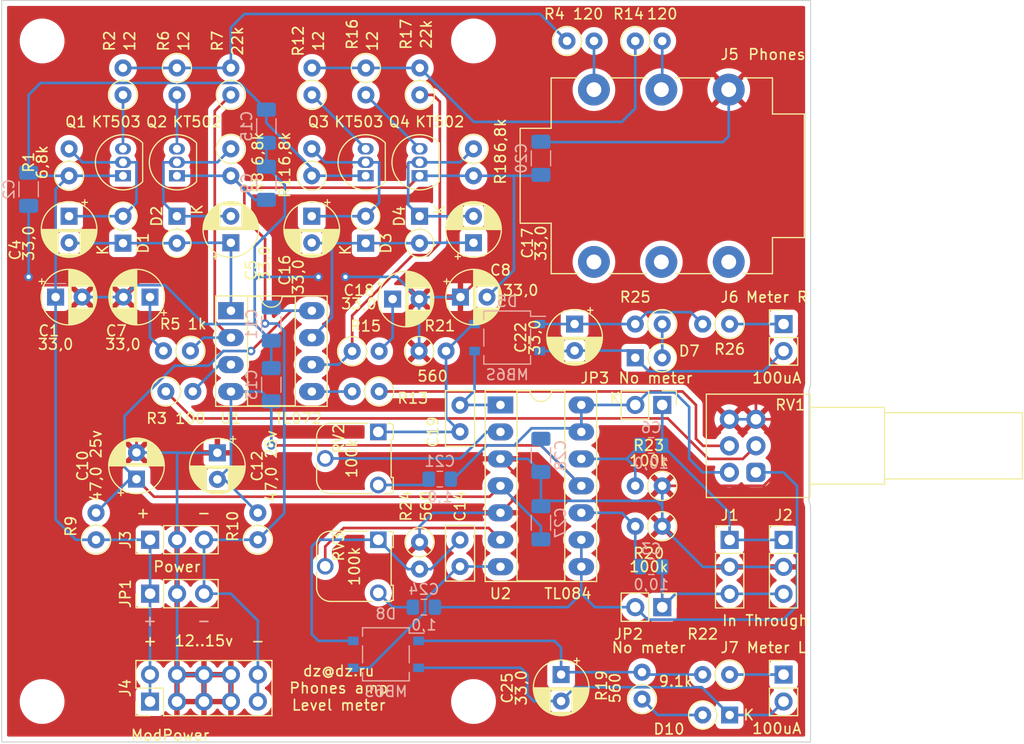
<source format=kicad_pcb>
(kicad_pcb (version 20211014) (generator pcbnew)
  (layers (0 "F.Cu" signal) (31 "B.Cu" signal) (34 "B.Paste" user) (35 "F.Paste" user) (36 "B.SilkS" user "B.Silkscreen") (37 "F.SilkS" user "F.Silkscreen") (38 "B.Mask" user) (39 "F.Mask" user) (44 "Edge.Cuts" user))
  (net 0 "")
  (net 1 "+15V")
  (net 2 "GND")
  (net 3 "/In L")
  (net 4 "Net-(C3-Pad2)")
  (net 5 "Net-(C4-Pad1)")
  (net 6 "Net-(C4-Pad2)")
  (net 7 "Net-(C5-Pad2)")
  (net 8 "/In R")
  (net 9 "Net-(C6-Pad2)")
  (net 10 "Net-(C7-Pad1)")
  (net 11 "-15V")
  (net 12 "Net-(C10-Pad1)")
  (net 13 "Net-(C12-Pad2)")
  (net 14 "Net-(C16-Pad1)")
  (net 15 "Net-(C16-Pad2)")
  (net 16 "Net-(C17-Pad2)")
  (net 17 "Net-(C18-Pad1)")
  (net 18 "/L")
  (net 19 "Net-(C21-Pad2)")
  (net 20 "Net-(C22-Pad1)")
  (net 21 "Net-(C22-Pad2)")
  (net 22 "Net-(D8-Pad4)")
  (net 23 "Net-(RV3-Pad3)")
  (net 24 "/R")
  (net 25 "Net-(D7-Pad2)")
  (net 26 "Net-(C25-Pad1)")
  (net 27 "Net-(C25-Pad2)")
  (net 28 "Net-(J6-Pad1)")
  (net 29 "Net-(J7-Pad1)")
  (net 30 "Net-(D5-Pad3)")
  (net 31 "Net-(U2-Pad2)")
  (net 32 "Net-(D8-Pad3)")
  (net 33 "Net-(D10-Pad2)")
  (net 34 "Net-(J5-PadR)")
  (net 37 "Net-(J5-PadT)")
  (net 39 "Net-(Q1-Pad3)")
  (net 40 "Net-(Q2-Pad3)")
  (net 41 "Net-(Q3-Pad3)")
  (net 42 "Net-(Q4-Pad3)")
  (net 43 "Net-(R2-Pad2)")
  (net 44 "Net-(R3-Pad1)")
  (net 45 "Net-(R3-Pad2)")
  (net 46 "Net-(R5-Pad1)")
  (net 47 "Net-(R12-Pad2)")
  (net 48 "Net-(R13-Pad1)")
  (net 49 "Net-(R13-Pad2)")
  (net 50 "Net-(R15-Pad1)")
  (net 51 "Net-(RV2-Pad1)")
  (net 52 "Net-(RV3-Pad2)")
  (footprint "Capacitor_THT:C_Disc_D5.0mm_W2.5mm_P2.50mm" (layer "F.Cu") (at 236.22 59.71 -90)
    (fp_text reference "C19")
    (fp_text value "56")
  )
  (footprint "Resistor_THT:R_Axial_DIN0207_L6.3mm_D2.5mm_P2.54mm_Vertical" (layer "F.Cu") (at 226.06 54.63)
    (fp_text reference "R15")
    (fp_text value "1k")
  )
  (footprint "Resistor_THT:R_Axial_DIN0207_L6.3mm_D2.5mm_P2.54mm_Vertical" (layer "F.Cu") (at 261.62 52.07 180)
    (fp_text reference "R26")
    (fp_text value "9.1k")
  )
  (footprint "Resistor_THT:R_Axial_DIN0207_L6.3mm_D2.5mm_P2.54mm_Vertical" (layer "F.Cu") (at 255.27 67.31 180)
    (fp_text reference "R23")
    (fp_text value "100k")
  )
  (footprint "Capacitor_THT:CP_Radial_D5.0mm_P2.50mm" (layer "F.Cu") (at 245.745 85.09 -90)
    (fp_text reference "C25")
    (fp_text value "33,0")
  )
  (footprint "Package_DIP:DIP-14_W7.62mm_Socket_LongPads" (layer "F.Cu") (at 240.03 59.69)
    (fp_text reference "U2")
    (fp_text value "TL084")
  )
  (footprint "Capacitor_THT:CP_Radial_D5.0mm_P2.50mm" (layer "F.Cu") (at 222.25 41.91 -90)
    (fp_text reference "C16")
    (fp_text value "33,0")
  )
  (footprint "Resistor_THT:R_Axial_DIN0207_L6.3mm_D2.5mm_P2.54mm_Vertical" (layer "F.Cu") (at 222.25 38.1 90)
    (fp_text reference "R11")
    (fp_text value "6,8k")
  )
  (footprint "Resistor_THT:R_Axial_DIN0207_L6.3mm_D2.5mm_P2.54mm_Vertical" (layer "F.Cu") (at 232.41 72.615 -90)
    (fp_text reference "R24")
    (fp_text value "560")
  )
  (footprint "Capacitor_THT:CP_Radial_D5.0mm_P2.50mm" (layer "F.Cu") (at 213.36 64.199888 -90)
    (fp_text reference "C12")
    (fp_text value "47,0 25v")
  )
  (footprint "Diode_THT:D_DO-35_SOD27_P2.54mm_Vertical_KathodeUp" (layer "F.Cu") (at 252.73 55.245)
    (fp_text reference "D7")
    (fp_text value "1N4148" hide)
  )
  (footprint "Resistor_THT:R_Axial_DIN0207_L6.3mm_D2.5mm_P2.54mm_Vertical" (layer "F.Cu") (at 228.6 58.42 180)
    (fp_text reference "R13")
    (fp_text value "100")
  )
  (footprint "Connector_PinHeader_2.54mm:PinHeader_1x03_P2.54mm_Vertical" (layer "F.Cu") (at 207.025 72.39 90)
    (fp_text reference "J3")
    (fp_text value "Power")
  )
  (footprint "Connector_Audio:Jack_6.35mm_Neutrik_NMJ6HCD2_Horizontal" (layer "F.Cu") (at 248.835 29.985)
    (fp_text reference "J5")
    (fp_text value "Phones")
  )
  (footprint "Resistor_THT:R_Axial_DIN0207_L6.3mm_D2.5mm_P2.54mm_Vertical" (layer "F.Cu") (at 209.55 27.94 -90)
    (fp_text reference "R6")
    (fp_text value "12")
  )
  (footprint "Capacitor_THT:CP_Radial_D5.0mm_P2.50mm" (layer "F.Cu") (at 237.49 44.41 90)
    (fp_text reference "C17")
    (fp_text value "33,0")
  )
  (footprint "Resistor_THT:R_Axial_DIN0207_L6.3mm_D2.5mm_P2.54mm_Vertical" (layer "F.Cu") (at 227.35 27.94 -90)
    (fp_text reference "R16")
    (fp_text value "12")
  )
  (footprint "Connector_PinHeader_2.54mm:PinHeader_1x03_P2.54mm_Vertical" (layer "F.Cu") (at 266.7 72.405)
    (fp_text reference "J2")
    (fp_text value "Through")
  )
  (footprint "Resistor_THT:R_Axial_DIN0207_L6.3mm_D2.5mm_P2.54mm_Vertical" (layer "F.Cu") (at 255.27 71.12 180)
    (fp_text reference "R20")
    (fp_text value "100k")
  )
  (footprint "Connector_PinHeader_2.54mm:PinHeader_1x02_P2.54mm_Vertical" (layer "F.Cu") (at 255.27 78.74 -90)
    (fp_text reference "JP2")
    (fp_text value "No meter")
  )
  (footprint "Capacitor_THT:C_Disc_D5.0mm_W2.5mm_P2.50mm" (layer "F.Cu") (at 236.22 74.91 90)
    (fp_text reference "C14")
    (fp_text value "56")
  )
  (footprint "Package_DIP:DIP-8_W7.62mm_Socket_LongPads" (layer "F.Cu") (at 214.64 50.81)
    (fp_text reference "U1")
    (fp_text value "TL072")
  )
  (footprint "Capacitor_THT:CP_Radial_D5.0mm_P2.50mm" (layer "F.Cu") (at 214.63 44.41 90)
    (fp_text reference "C5")
    (fp_text value "33,0")
  )
  (footprint "Connector_PinHeader_2.54mm:PinHeader_1x03_P2.54mm_Vertical" (layer "F.Cu") (at 261.62 72.405)
    (fp_text reference "J1")
    (fp_text value "In")
  )
  (footprint "Capacitor_THT:CP_Radial_D5.0mm_P2.50mm" (layer "F.Cu") (at 236.26 49.53)
    (fp_text reference "C8")
    (fp_text value "33,0")
  )
  (footprint "Capacitor_THT:CP_Radial_D5.0mm_P2.50mm" (layer "F.Cu") (at 199.39 41.91 -90)
    (fp_text reference "C4")
    (fp_text value "33,0")
  )
  (footprint "Resistor_THT:R_Axial_DIN0207_L6.3mm_D2.5mm_P2.54mm_Vertical" (layer "F.Cu") (at 214.63 35.56 -90)
    (fp_text reference "R8")
    (fp_text value "6,8k")
  )
  (footprint "Diode_THT:D_DO-35_SOD27_P2.54mm_Vertical_KathodeUp" (layer "F.Cu") (at 227.33 44.45 90)
    (fp_text reference "D3")
    (fp_text value "1N4148" hide)
  )
  (footprint "Resistor_THT:R_Axial_DIN0207_L6.3mm_D2.5mm_P2.54mm_Vertical" (layer "F.Cu") (at 252.73 25.4)
    (fp_text reference "R14")
    (fp_text value "120")
  )
  (footprint "Resistor_THT:R_Axial_DIN0207_L6.3mm_D2.5mm_P2.54mm_Vertical" (layer "F.Cu") (at 261.62 85.09 180)
    (fp_text reference "R22")
    (fp_text value "9.1k")
  )
  (footprint "Diode_THT:D_DO-35_SOD27_P2.54mm_Vertical_KathodeUp" (layer "F.Cu") (at 232.41 41.91 -90)
    (fp_text reference "D4")
    (fp_text value "1N4148" hide)
  )
  (footprint "Package_TO_SOT_THT:TO-92_Inline" (layer "F.Cu") (at 209.55 38.1 90)
    (fp_text reference "Q2")
    (fp_text value "КТ502")
  )
  (footprint "Capacitor_THT:CP_Radial_D5.0mm_P2.50mm" (layer "F.Cu") (at 207.01 49.53 180)
    (fp_text reference "C7")
    (fp_text value "33,0")
  )
  (footprint "Connector_PinHeader_2.54mm:PinHeader_1x02_P2.54mm_Vertical" (layer "F.Cu") (at 266.7 85.09)
    (fp_text reference "J7")
    (fp_text value "Meter L")
  )
  (footprint "Potentiometer_THT:Potentiometer_Alps_RK097_Dual_Horizontal" (layer "F.Cu") (at 264.095 66.04 180)
    (fp_text reference "RV1")
    (fp_text value "100k")
    (fp_line (start -5 -2.7) (end -5 7.7) (layer "Edge.Cuts") (width 0.1))
  )
  (footprint "Diode_THT:D_DO-35_SOD27_P2.54mm_Vertical_KathodeUp" (layer "F.Cu") (at 204.47 44.45 90)
    (fp_text reference "D1")
    (fp_text value "1N4148" hide)
  )
  (footprint "Resistor_THT:R_Axial_DIN0207_L6.3mm_D2.5mm_P2.54mm_Vertical" (layer "F.Cu") (at 255.27 52.07 180)
    (fp_text reference "R25")
    (fp_text value "560")
  )
  (footprint "Connector_PinHeader_2.54mm:PinHeader_1x02_P2.54mm_Vertical" (layer "F.Cu") (at 266.7 52.07)
    (fp_text reference "J6")
    (fp_text value "Meter R")
  )
  (footprint "Diode_THT:D_DO-35_SOD27_P2.54mm_Vertical_KathodeUp" (layer "F.Cu") (at 261.62 88.9 180)
    (fp_text reference "D10")
    (fp_text value "1N4148" hide)
  )
  (footprint "Resistor_THT:R_Axial_DIN0207_L6.3mm_D2.5mm_P2.54mm_Vertical" (layer "F.Cu") (at 214.63 30.48 90)
    (fp_text reference "R7")
    (fp_text value "22k")
  )
  (footprint "Resistor_THT:R_Axial_DIN0207_L6.3mm_D2.5mm_P2.54mm_Vertical" (layer "F.Cu") (at 232.43 30.48 90)
    (fp_text reference "R17")
    (fp_text value "22k")
  )
  (footprint "MountingHole:MountingHole_3.2mm_M3" (layer "F.Cu") (at 237.49 87.63)
    (fp_text reference "H1" hide)
    (fp_text value "MountingHole" hide)
  )
  (footprint "Resistor_THT:R_Axial_DIN0207_L6.3mm_D2.5mm_P2.54mm_Vertical" (layer "F.Cu") (at 237.49 35.56 -90)
    (fp_text reference "R18")
    (fp_text value "6,8k")
  )
  (footprint "Potentiometer_THT:Potentiometer_Runtron_RM-065_Vertical" (layer "F.Cu") (at 228.52 72.39 -90)
    (fp_text reference "RV3")
    (fp_text value "100k")
  )
  (footprint "Capacitor_THT:CP_Radial_D5.0mm_P2.50mm" (layer "F.Cu") (at 205.74 66.675 90)
    (fp_text reference "C10")
    (fp_text value "47,0 25v")
  )
  (footprint "Resistor_THT:R_Axial_DIN0207_L6.3mm_D2.5mm_P2.54mm_Vertical" (layer "F.Cu") (at 232.365 54.61)
    (fp_text reference "R21")
    (fp_text value "560")
  )
  (footprint "Resistor_THT:R_Axial_DIN0207_L6.3mm_D2.5mm_P2.54mm_Vertical" (layer "F.Cu") (at 201.93 72.39 90)
    (fp_text reference "R9")
    (fp_text value "100")
  )
  (footprint "Resistor_THT:R_Axial_DIN0207_L6.3mm_D2.5mm_P2.54mm_Vertical" (layer "F.Cu") (at 208.505 58.42)
    (fp_text reference "R3")
    (fp_text value "100")
  )
  (footprint "Diode_THT:D_DO-35_SOD27_P2.54mm_Vertical_KathodeUp" (layer "F.Cu") (at 209.55 41.91 -90)
    (fp_text reference "D2")
    (fp_text value "1N4148" hide)
  )
  (footprint "Package_TO_SOT_THT:TO-92_Inline" (layer "F.Cu") (at 204.47 38.1 90)
    (fp_text reference "Q1")
    (fp_text value "КТ503")
  )
  (footprint "Potentiometer_THT:Potentiometer_Runtron_RM-065_Vertical" (layer "F.Cu") (at 228.52 62.23 -90)
    (fp_text reference "RV2")
    (fp_text value "100k")
  )
  (footprint "Capacitor_THT:CP_Radial_D5.0mm_P2.50mm" (layer "F.Cu") (at 247.015 52.07 -90)
    (fp_text reference "C22")
    (fp_text value "33,0")
  )
  (footprint "MountingHole:MountingHole_3.2mm_M3" (layer "F.Cu") (at 237.49 25.4)
    (fp_text reference "H2" hide)
    (fp_text value "MountingHole" hide)
  )
  (footprint "Capacitor_THT:CP_Radial_D5.0mm_P2.50mm" (layer "F.Cu") (at 229.87 49.7125)
    (fp_text reference "C18")
    (fp_text value "33,0")
  )
  (footprint "Resistor_THT:R_Axial_DIN0207_L6.3mm_D2.5mm_P2.54mm_Vertical" (layer "F.Cu") (at 253.365 87.405 90)
    (fp_text reference "R19")
    (fp_text value "560")
  )
  (footprint "Capacitor_THT:CP_Radial_D5.0mm_P2.50mm" (layer "F.Cu") (at 198.12 49.53)
    (fp_text reference "C1")
    (fp_text value "33,0")
  )
  (footprint "Connector_PinHeader_2.54mm:PinHeader_2x05_P2.54mm_Vertical" (layer "F.Cu") (at 207.015 87.635 90)
    (fp_text reference "J4")
    (fp_text value "ModPower")
  )
  (footprint "MountingHole:MountingHole_3.2mm_M3" (layer "F.Cu") (at 196.85 25.4)
    (fp_text reference "H4" hide)
    (fp_text value "MountingHole" hide)
  )
  (footprint "Resistor_THT:R_Axial_DIN0207_L6.3mm_D2.5mm_P2.54mm_Vertical" (layer "F.Cu") (at 222.27 30.48 90)
    (fp_text reference "R12")
    (fp_text value "12")
  )
  (footprint "Resistor_THT:R_Axial_DIN0207_L6.3mm_D2.5mm_P2.54mm_Vertical" (layer "F.Cu") (at 199.39 38.1 90)
    (fp_text reference "R1")
    (fp_text value "6,8k")
  )
  (footprint "Package_TO_SOT_THT:TO-92_Inline" (layer "F.Cu") (at 227.33 38.1 90)
    (fp_text reference "Q3")
    (fp_text value "КТ503")
  )
  (footprint "Resistor_THT:R_Axial_DIN0207_L6.3mm_D2.5mm_P2.54mm_Vertical" (layer "F.Cu") (at 217.17 72.39 90)
    (fp_text reference "R10")
    (fp_text value "100")
  )
  (footprint "Connector_PinHeader_2.54mm:PinHeader_1x02_P2.54mm_Vertical" (layer "F.Cu") (at 255.27 59.69 -90)
    (fp_text reference "JP3")
    (fp_text value "No meter")
  )
  (footprint "Resistor_THT:R_Axial_DIN0207_L6.3mm_D2.5mm_P2.54mm_Vertical" (layer "F.Cu") (at 210.82 54.59 180)
    (fp_text reference "R5")
    (fp_text value "1k")
  )
  (footprint "Package_TO_SOT_THT:TO-92_Inline" (layer "F.Cu") (at 232.41 38.1 90)
    (fp_text reference "Q4")
    (fp_text value "КТ502")
  )
  (footprint "Connector_PinHeader_2.54mm:PinHeader_1x03_P2.54mm_Vertical" (layer "F.Cu") (at 207.025 77.47 90)
    (fp_text reference "JP1")
    (fp_text value "GND Select")
  )
  (footprint "Resistor_THT:R_Axial_DIN0207_L6.3mm_D2.5mm_P2.54mm_Vertical" (layer "F.Cu") (at 204.47 30.48 90)
    (fp_text reference "R2")
    (fp_text value "12")
  )
  (footprint "MountingHole:MountingHole_3.2mm_M3" (layer "F.Cu") (at 196.85 87.63)
    (fp_text reference "H3" hide)
    (fp_text value "MountingHole" hide)
  )
  (footprint "Resistor_THT:R_Axial_DIN0207_L6.3mm_D2.5mm_P2.54mm_Vertical" (layer "F.Cu") (at 246.3 25.4)
    (fp_text reference "R4")
    (fp_text value "120")
  )
  (footprint "Capacitor_SMD:C_0805_2012Metric_Pad1.18x1.45mm_HandSolder" (layer "B.Cu") (at 232.8125 78.74 180)
    (fp_text reference "C24")
    (fp_text value "1,0")
  )
  (footprint "Capacitor_SMD:C_0805_2012Metric_Pad1.18x1.45mm_HandSolder" (layer "B.Cu") (at 234.315 66.675 180)
    (fp_text reference "C21")
    (fp_text value "1,0")
  )
  (footprint "Capacitor_SMD:C_1206_3216Metric_Pad1.33x1.80mm_HandSolder" (layer "B.Cu") (at 217.975 33.429999 -90)
    (fp_text reference "C15")
    (fp_text value "0,1")
  )
  (footprint "Capacitor_SMD:C_1206_3216Metric_Pad1.33x1.80mm_HandSolder" (layer "B.Cu") (at 243.84 70.79 90)
    (fp_text reference "C27")
    (fp_text value "0,1")
  )
  (footprint "Package_TO_SOT_SMD:TO-269AA" (layer "B.Cu") (at 240.665 53.34 180)
    (fp_text reference "D5")
    (fp_text value "MB6S")
  )
  (footprint "Capacitor_SMD:C_1206_3216Metric_Pad1.33x1.80mm_HandSolder" (layer "B.Cu") (at 243.84 36.4525 -90)
    (fp_text reference "C20")
    (fp_text value "0,1")
  )
  (footprint "Capacitor_SMD:C_1206_3216Metric_Pad1.33x1.80mm_HandSolder" (layer "B.Cu") (at 195.58 39.37 -90)
    (fp_text reference "C2")
    (fp_text value "0,1")
  )
  (footprint "Capacitor_SMD:C_0805_2012Metric_Pad1.18x1.45mm_HandSolder" (layer "B.Cu") (at 254.2325 63.5 180)
    (fp_text reference "C6")
    (fp_text value "10,0")
  )
  (footprint "Package_TO_SOT_SMD:TO-269AA" (layer "B.Cu") (at 229.235 83.185 180)
    (fp_text reference "D8")
    (fp_text value "MB6S")
  )
  (footprint "Capacitor_SMD:C_1206_3216Metric_Pad1.33x1.80mm_HandSolder" (layer "B.Cu") (at 217.975 38.802499 -90)
    (fp_text reference "C9")
    (fp_text value "0,1")
  )
  (footprint "Capacitor_SMD:C_1206_3216Metric_Pad1.33x1.80mm_HandSolder" (layer "B.Cu") (at 218.44 52.07 -90)
    (fp_text reference "C11")
    (fp_text value "0,1")
  )
  (footprint "Capacitor_SMD:C_0805_2012Metric_Pad1.18x1.45mm_HandSolder" (layer "B.Cu") (at 254.2325 74.93 180)
    (fp_text reference "C3")
    (fp_text value "10,0")
  )
  (footprint "Capacitor_SMD:C_1206_3216Metric_Pad1.33x1.80mm_HandSolder" (layer "B.Cu") (at 243.84 64.44 90)
    (fp_text reference "C28")
    (fp_text value "0,1")
  )
  (footprint "Capacitor_SMD:C_1206_3216Metric_Pad1.33x1.80mm_HandSolder" (layer "B.Cu") (at 218.44 57.785 -90)
    (fp_text reference "C13")
    (fp_text value "0,1")
  )
  (gr_line (start 269.24 21.59) (end 193.04 21.59) (layer "Edge.Cuts") (width 0.1))
  (gr_line (start 269.095 58.34) (end 269.24 57.785) (layer "Edge.Cuts") (width 0.1))
  (gr_line (start 193.04 21.59) (end 193.04 91.44) (layer "Edge.Cuts") (width 0.1))
  (gr_line (start 269.24 91.44) (end 269.24 69.215) (layer "Edge.Cuts") (width 0.1))
  (gr_line (start 269.24 57.785) (end 269.24 21.59) (layer "Edge.Cuts") (width 0.1))
  (gr_line (start 269.24 69.215) (end 269.095 68.74) (layer "Edge.Cuts") (width 0.1))
  (gr_line (start 193.04 91.44) (end 269.24 91.44) (layer "Edge.Cuts") (width 0.1))
  (gr_text "-" (at 212.09 80.01) (layer "B.SilkS") (effects (font (size 1 1)) (justify mirror)))
  (gr_text "+" (at 207.01 80.01) (layer "B.SilkS") (effects (font (size 1 1))))
  (gr_text "12..15v" (at 212.09 81.915) (layer "F.SilkS") (effects (font (size 1 1))))
  (gr_text "100uA" (at 266.065 57.15) (layer "F.SilkS") (effects (font (size 1 1))))
  (gr_text "+" (at 206.36 69.85) (layer "F.SilkS") (effects (font (size 1 1))))
  (gr_text "-" (at 212.09 69.85) (layer "F.SilkS") (effects (font (size 1 1))))
  (gr_text "100uA" (at 266.065 90.17) (layer "F.SilkS") (effects (font (size 1 1))))
  (gr_text "dz@dz.ru\nPhones amp\nLevel meter" (at 224.79 86.36) (layer "F.SilkS") (effects (font (size 1 1))))
  (gr_text "-" (at 217.17 81.915) (layer "F.SilkS") (effects (font (size 1 1))))
  (gr_text "+" (at 207.025 81.915) (layer "F.SilkS") (effects (font (size 1 1))))
  (segment (start 195.8725 38.1) (end 199.39 38.1) (width 0.25) (layer "B.Cu") (net 1))
  (segment (start 207.015 77.48) (end 207.025 77.47) (width 0.25) (layer "B.Cu") (net 1))
  (segment (start 227.33 38.1) (end 222.25 38.1) (width 0.25) (layer "B.Cu") (net 1))
  (segment (start 207.015 87.635) (end 207.015 85.095) (width 0.25) (layer "B.Cu") (net 1))
  (segment (start 196.705 29.355) (end 195.58 30.48) (width 0.25) (layer "B.Cu") (net 1))
  (segment (start 198.12 70.485) (end 200.025 72.39) (width 0.25) (layer "B.Cu") (net 1))
  (segment (start 222.25 37.391826) (end 217.975 33.116826) (width 0.25) (layer "B.Cu") (net 1))
  (segment (start 198.12 39.37) (end 199.39 38.1) (width 0.25) (layer "B.Cu") (net 1))
  (segment (start 207.015 85.095) (end 207.015 77.48) (width 0.25) (layer "B.Cu") (net 1))
  (segment (start 222.25 38.1) (end 222.25 37.391826) (width 0.25) (layer "B.Cu") (net 1))
  (segment (start 198.12 49.53) (end 198.12 70.485) (width 0.25) (layer "B.Cu") (net 1))
  (segment (start 199.39 38.1) (end 204.47 38.1) (width 0.25) (layer "B.Cu") (net 1))
  (segment (start 200.025 72.39) (end 201.93 72.39) (width 0.25) (layer "B.Cu") (net 1))
  (segment (start 207.025 77.47) (end 207.025 72.39) (width 0.25) (layer "B.Cu") (net 1))
  (segment (start 201.93 72.39) (end 207.025 72.39) (width 0.25) (layer "B.Cu") (net 1))
  (segment (start 217.975 31.867499) (end 215.462501 29.355) (width 0.25) (layer "B.Cu") (net 1))
  (segment (start 195.58 37.8075) (end 195.8725 38.1) (width 0.25) (layer "B.Cu") (net 1))
  (segment (start 217.975 33.116826) (end 217.975 31.867499) (width 0.25) (layer "B.Cu") (net 1))
  (segment (start 215.462501 29.355) (end 196.705 29.355) (width 0.25) (layer "B.Cu") (net 1))
  (segment (start 198.12 49.53) (end 198.12 39.37) (width 0.25) (layer "B.Cu") (net 1))
  (segment (start 195.58 30.48) (end 195.58 37.8075) (width 0.25) (layer "B.Cu") (net 1))
  (segment (start 236.26 49.53) (end 243.945 41.845) (width 0.25) (layer "F.Cu") (net 2))
  (segment (start 243.945 41.845) (end 264.095 41.845) (width 0.25) (layer "F.Cu") (net 2))
  (segment (start 264.821016 67.31) (end 266.065 66.066016) (width 0.25) (layer "F.Cu") (net 2))
  (segment (start 240.03 64.77) (end 241.935 66.675) (width 0.25) (layer "F.Cu") (net 2))
  (segment (start 266.065 66.066016) (end 266.065 61.595) (width 0.25) (layer "F.Cu") (net 2))
  (segment (start 255.27 67.31) (end 264.821016 67.31) (width 0.25) (layer "F.Cu") (net 2))
  (segment (start 205.74 50.76) (end 204.51 49.53) (width 0.25) (layer "F.Cu") (net 2))
  (segment (start 264.095 41.845) (end 264.095 32.545) (width 0.25) (layer "F.Cu") (net 2))
  (segment (start 199.495 48.405) (end 196.36 48.405) (width 0.25) (layer "F.Cu") (net 2))
  (segment (start 225.425 47.625) (end 222.885 47.625) (width 0.25) (layer "F.Cu") (net 2))
  (segment (start 196.36 48.405) (end 195.58 47.625) (width 0.25) (layer "F.Cu") (net 2))
  (segment (start 241.935 67.945) (end 240.03 69.85) (width 0.25) (layer "F.Cu") (net 2))
  (segment (start 266.065 61.595) (end 265.51 61.04) (width 0.25) (layer "F.Cu") (net 2))
  (segment (start 205.74 64.175) (end 205.74 50.76) (width 0.25) (layer "F.Cu") (net 2))
  (segment (start 241.935 66.675) (end 241.935 67.945) (width 0.25) (layer "F.Cu") (net 2))
  (segment (start 265.51 61.04) (end 264.095 61.04) (width 0.25) (layer "F.Cu") (net 2))
  (segment (start 264.095 61.04) (end 264.095 41.845) (width 0.25) (layer "F.Cu") (net 2))
  (segment (start 264.095 32.545) (end 261.535 29.985) (width 0.25) (layer "F.Cu") (net 2))
  (segment (start 200.62 49.53) (end 199.495 48.405) (width 0.25) (layer "F.Cu") (net 2))
  (via (at 195.58 47.625) (size 0.8) (drill 0.4) (layers "F.Cu" "B.Cu") (net 2))
  (via (at 225.425 47.625) (size 0.8) (drill 0.4) (layers "F.Cu" "B.Cu") (net 2))
  (via (at 222.885 47.625) (size 0.8) (drill 0.4) (layers "F.Cu" "B.Cu") (net 2))
  (segment (start 217.17 47.625) (end 216.8775 47.9175) (width 0.25) (layer "B.Cu") (net 2))
  (segment (start 205.74 64.175) (end 209.54 64.175) (width 0.25) (layer "B.Cu") (net 2))
  (segment (start 212.095 85.095) (end 212.095 87.635) (width 0.25) (layer "B.Cu") (net 2))
  (segment (start 236.26 49.53) (end 232.5525 49.53) (width 0.25) (layer "B.Cu") (net 2))
  (segment (start 209.565 72.39) (end 209.565 77.47) (width 0.25) (layer "B.Cu") (net 2))
  (segment (start 216.8775 52.07) (end 212.09 52.07) (width 0.25) (layer "B.Cu") (net 2))
  (segment (start 232.365 54.61) (end 232.365 49.7175) (width 0.25) (layer "B.Cu") (net 2))
  (segment (start 209.565 77.47) (end 209.565 85.085) (width 0.25) (layer "B.Cu") (net 2))
  (segment (start 212.09 52.07) (end 208.425 48.405) (width 0.25) (layer "B.Cu") (net 2))
  (segment (start 242.6075 64.77) (end 243.84 66.0025) (width 0.25) (layer "B.Cu") (net 2))
  (segment (start 209.565 64.15) (end 209.614888 64.199888) (width 0.25) (layer "B.Cu") (net 2))
  (segment (start 214.635 85.095) (end 214.635 87.635) (width 0.25) (layer "B.Cu") (net 2))
  (segment (start 255.27 67.31) (end 255.27 69.215) (width 0.25) (layer "B.Cu") (net 2))
  (segment (start 208.425 48.405) (end 205.635 48.405) (width 0.25) (layer "B.Cu") (net 2))
  (segment (start 209.555 87.635) (end 209.555 85.095) (width 0.25) (layer "B.Cu") (net 2))
  (segment (start 240.03 64.77) (end 242.6075 64.77) (width 0.25) (layer "B.Cu") (net 2))
  (segment (start 233.68 69.85) (end 232.41 71.12) (width 0.25) (layer "B.Cu") (net 2))
  (segment (start 222.885 47.625) (end 217.17 47.625) (width 0.25) (layer "B.Cu") (net 2))
  (segment (start 209.565 85.085) (end 209.555 85.095) (width 0.25) (layer "B.Cu") (net 2))
  (segment (start 243.84 34.89) (end 243.875 34.925) (width 0.25) (layer "B.Cu") (net 2))
  (segment (start 219.71 41.91) (end 219.71 38.974999) (width 0.25) (layer "B.Cu") (net 2))
  (segment (start 209.54 64.175) (end 209.565 64.15) (width 0.25) (layer "B.Cu") (net 2))
  (segment (start 216.8775 47.9175) (end 216.8775 44.7425) (width 0.25) (layer "B.Cu") (net 2))
  (segment (start 240.03 69.85) (end 233.68 69.85) (width 0.25) (layer "B.Cu") (net 2))
  (segment (start 232.365 49.7175) (end 232.37 49.7125) (width 0.25) (layer "B.Cu") (net 2))
  (segment (start 243.875 34.925) (end 260.985 34.925) (width 0.25) (layer "B.Cu") (net 2))
  (segment (start 255.27 69.215) (end 254.78 68.725) (width 0.25) (layer "B.Cu") (net 2))
  (segment (start 255.27 71.12) (end 259.095 74.945) (width 0.25) (layer "B.Cu") (net 2))
  (segment (start 230.2825 47.625) (end 225.425 47.625) (width 0.25) (layer "B.Cu") (net 2))
  (segment (start 232.41 71.12) (end 232.41 72.615) (width 0.25) (layer "B.Cu") (net 2))
  (segment (start 209.565 72.39) (end 209.565 64.15) (width 0.25) (layer "B.Cu") (net 2))
  (segment (start 259.095 74.945) (end 261.62 74.945) (width 0.25) (layer "B.Cu") (net 2))
  (segment (start 219.71 38.974999) (end 217.975 37.239999) (width 0.25) (layer "B.Cu") (net 2))
  (segment (start 218.44 53.6325) (end 216.8775 52.07) (width 0.25) (layer "B.Cu") (net 2))
  (segment (start 244.3425 68.725) (end 243.84 69.2275) (width 0.25) (layer "B.Cu") (net 2))
  (segment (start 266.7 74.945) (end 261.62 74.945) (width 0.25) (layer "B.Cu") (net 2))
  (segment (start 200.62 49.53) (end 204.51 49.53) (width 0.25) (layer "B.Cu") (net 2))
  (segment (start 209.555 85.095) (end 212.095 85.095) (width 0.25) (layer "B.Cu") (net 2))
  (segment (start 260.985 34.925) (end 261.535 34.375) (width 0.25) (layer "B.Cu") (net 2))
  (segment (start 218.44 53.6325) (end 218.44 56.2225) (width 0.25) (layer "B.Cu") (net 2))
  (segment (start 205.635 48.405) (end 204.51 49.53) (width 0.25) (layer "B.Cu") (net 2))
  (segment (start 209.614888 64.199888) (end 213.36 64.199888) (width 0.25) (layer "B.Cu") (net 2))
  (segment (start 216.8775 52.07) (end 216.8775 47.9175) (width 0.25) (layer "B.Cu") (net 2))
  (segment (start 216.8775 44.7425) (end 219.71 41.91) (width 0.25) (layer "B.Cu") (net 2))
  (segment (start 261.595 61.04) (end 264.095 61.04) (width 0.25) (layer "B.Cu") (net 2))
  (segment (start 232.37 49.7125) (end 230.2825 47.625) (width 0.25) (layer "B.Cu") (net 2))
  (segment (start 255.27 69.215) (end 255.27 71.12) (width 0.25) (layer "B.Cu") (net 2))
  (segment (start 243.84 69.2275) (end 243.84 66.0025) (width 0.25) (layer "B.Cu") (net 2))
  (segment (start 217.975 34.992499) (end 217.975 37.239999) (width 0.25) (layer "B.Cu") (net 2))
  (segment (start 212.095 85.095) (end 214.635 85.095) (width 0.25) (layer "B.Cu") (net 2))
  (segment (start 232.5525 49.53) (end 232.37 49.7125) (width 0.25) (layer "B.Cu") (net 2))
  (segment (start 261.535 34.375) (end 261.535 29.985) (width 0.25) (layer "B.Cu") (net 2))
  (segment (start 254.78 68.725) (end 244.3425 68.725) (width 0.25) (layer "B.Cu") (net 2))
  (segment (start 195.58 47.625) (end 195.58 40.9325) (width 0.25) (layer "B.Cu") (net 2))
  (segment (start 256.525 77.485) (end 255.27 78.74) (width 0.25) (layer "B.Cu") (net 3))
  (segment (start 261.62 77.485) (end 256.525 77.485) (width 0.25) (layer "B.Cu") (net 3))
  (segment (start 266.7 77.485) (end 261.62 77.485) (width 0.25) (layer "B.Cu") (net 3))
  (segment (start 255.27 74.93) (end 255.27 78.74) (width 0.25) (layer "B.Cu") (net 3))
  (segment (start 247.65 69.85) (end 251.46 69.85) (width 0.25) (layer "B.Cu") (net 4))
  (segment (start 251.46 69.85) (end 252.73 71.12) (width 0.25) (layer "B.Cu") (net 4))
  (segment (start 252.73 71.12) (end 252.73 74.465) (width 0.25) (layer "B.Cu") (net 4))
  (segment (start 252.73 74.465) (end 253.195 74.93) (width 0.25) (layer "B.Cu") (net 4))
  (segment (start 199.39 41.91) (end 204.47 41.91) (width 0.25) (layer "B.Cu") (net 5))
  (segment (start 200.66 36.83) (end 199.39 35.56) (width 0.25) (layer "B.Cu") (net 5))
  (segment (start 204.47 36.83) (end 205.74 36.83) (width 0.25) (layer "B.Cu") (net 5))
  (segment (start 204.47 36.83) (end 200.66 36.83) (width 0.25) (layer "B.Cu") (net 5))
  (segment (start 205.74 36.83) (end 205.74 40.64) (width 0.25) (layer "B.Cu") (net 5))
  (segment (start 205.74 40.64) (end 204.47 41.91) (width 0.25) (layer "B.Cu") (net 5))
  (segment (start 214.64 44.42) (end 214.63 44.41) (width 0.25) (layer "B.Cu") (net 6))
  (segment (start 209.59 44.41) (end 209.55 44.45) (width 0.25) (layer "B.Cu") (net 6))
  (segment (start 204.47 44.45) (end 199.43 44.45) (width 0.25) (layer "B.Cu") (net 6))
  (segment (start 209.55 44.45) (end 204.47 44.45) (width 0.25) (layer "B.Cu") (net 6))
  (segment (start 214.63 44.41) (end 209.59 44.41) (width 0.25) (layer "B.Cu") (net 6))
  (segment (start 199.43 44.45) (end 199.39 44.41) (width 0.25) (layer "B.Cu") (net 6))
  (segment (start 214.64 50.81) (end 214.64 44.42) (width 0.25) (layer "B.Cu") (net 6))
  (segment (start 208.28 36.83) (end 208.28 40.64) (width 0.25) (layer "B.Cu") (net 7))
  (segment (start 209.55 41.91) (end 214.63 41.91) (width 0.25) (layer "B.Cu") (net 7))
  (segment (start 208.28 40.64) (end 209.55 41.91) (width 0.25) (layer "B.Cu") (net 7))
  (segment (start 209.55 36.83) (end 208.28 36.83) (width 0.25) (layer "B.Cu") (net 7))
  (segment (start 213.36 36.83) (end 214.63 35.56) (width 0.25) (layer "B.Cu") (net 7))
  (segment (start 209.55 36.83) (end 213.36 36.83) (width 0.25) (layer "B.Cu") (net 7))
  (segment (start 255.27 63.5) (end 255.27 59.69) (width 0.25) (layer "B.Cu") (net 8))
  (segment (start 255.27 63.5) (end 261.62 69.85) (width 0.25) (layer "B.Cu") (net 8))
  (segment (start 266.7 72.405) (end 261.62 72.405) (width 0.25) (layer "B.Cu") (net 8))
  (segment (start 261.62 69.85) (end 261.62 72.405) (width 0.25) (layer "B.Cu") (net 8))
  (segment (start 247.65 64.77) (end 251.925 64.77) (width 0.25) (layer "B.Cu") (net 9))
  (segment (start 252.73 65.575) (end 251.925 64.77) (width 0.25) (layer "B.Cu") (net 9))
  (segment (start 252.73 67.31) (end 252.73 65.575) (width 0.25) (layer "B.Cu") (net 9))
  (segment (start 251.925 64.77) (end 253.195 63.5) (width 0.25) (layer "B.Cu") (net 9))
  (segment (start 207.01 49.53) (end 207.01 53.32) (width 0.25) (layer "B.Cu") (net 10))
  (segment (start 207.01 53.32) (end 208.28 54.59) (width 0.25) (layer "B.Cu") (net 10))
  (segment (start 215.9 39.37) (end 215.755 39.225) (width 0.25) (layer "F.Cu") (net 11))
  (segment (start 231.285 39.225) (end 232.41 38.1) (width 0.25) (layer "F.Cu") (net 11))
  (segment (start 214.63 38.1) (end 215.755 39.225) (width 0.25) (layer "F.Cu") (net 11))
  (segment (start 215.9 42.102902) (end 215.9 39.37) (width 0.25) (layer "F.Cu") (net 11))
  (segment (start 215.755 39.225) (end 231.285 39.225) (width 0.25) (layer "F.Cu") (net 11))
  (segment (start 217.853549 44.056451) (end 215.9 42.102902) (width 0.25) (layer "F.Cu") (net 11))
  (segment (start 217.853549 52.021451) (end 217.853549 44.056451) (width 0.25) (layer "F.Cu") (net 11))
  (via (at 217.853549 52.021451) (size 0.8) (drill 0.4) (layers "F.Cu" "B.Cu") (net 11))
  (segment (start 237.49 38.1) (end 241.3 38.1) (width 0.25) (layer "B.Cu") (net 11))
  (segment (start 216.894999 40.364999) (end 217.975 40.364999) (width 0.25) (layer "B.Cu") (net 11))
  (segment (start 219.665 52.72) (end 218.966451 52.021451) (width 0.25) (layer "B.Cu") (net 11))
  (segment (start 217.17 72.39) (end 219.665 69.895) (width 0.25) (layer "B.Cu") (net 11))
  (segment (start 241.3 46.99) (end 241.3 38.1) (width 0.25) (layer "B.Cu") (net 11))
  (segment (start 217.175 85.095) (end 217.175 87.635) (width 0.25) (layer "B.Cu") (net 11))
  (segment (start 217.17 72.39) (end 212.105 72.39) (width 0.25) (layer "B.Cu") (net 11))
  (segment (start 218.966451 52.021451) (end 217.853549 52.021451) (width 0.25) (layer "B.Cu") (net 11))
  (segment (start 219.665 69.895) (end 219.665 52.72) (width 0.25) (layer "B.Cu") (net 11))
  (segment (start 243.755 38.1) (end 243.84 38.015) (width 0.25) (layer "B.Cu") (net 11))
  (segment (start 232.41 38.1) (end 237.49 38.1) (width 0.25) (layer "B.Cu") (net 11))
  (segment (start 217.175 80.015) (end 214.63 77.47) (width 0.25) (layer "B.Cu") (net 11))
  (segment (start 214.63 77.47) (end 212.105 77.47) (width 0.25) (layer "B.Cu") (net 11))
  (segment (start 212.105 72.39) (end 212.105 77.47) (width 0.25) (layer "B.Cu") (net 11))
  (segment (start 238.76 49.53) (end 241.3 46.99) (width 0.25) (layer "B.Cu") (net 11))
  (segment (start 241.3 38.1) (end 243.755 38.1) (width 0.25) (layer "B.Cu") (net 11))
  (segment (start 214.63 38.1) (end 216.894999 40.364999) (width 0.25) (layer "B.Cu") (net 11))
  (segment (start 217.175 85.095) (end 217.175 80.015) (width 0.25) (layer "B.Cu") (net 11))
  (segment (start 209.55 38.1) (end 214.63 38.1) (width 0.25) (layer "B.Cu") (net 11))
  (segment (start 216.535 54.61) (end 220.335 50.81) (width 0.25) (layer "F.Cu") (net 12))
  (segment (start 240.03 67.31) (end 239.005 68.335) (width 0.25) (layer "F.Cu") (net 12))
  (segment (start 207.4 68.335) (end 205.74 66.675) (width 0.25) (layer "F.Cu") (net 12))
  (segment (start 220.335 50.81) (end 222.26 50.81) (width 0.25) (layer "F.Cu") (net 12))
  (segment (start 239.005 68.335) (end 207.4 68.335) (width 0.25) (layer "F.Cu") (net 12))
  (via (at 216.535 54.61) (size 0.8) (drill 0.4) (layers "F.Cu" "B.Cu") (net 12))
  (segment (start 201.93 69.85) (end 205.105 66.675) (width 0.25) (layer "B.Cu") (net 12))
  (segment (start 243.84 71.12) (end 243.84 72.3525) (width 0.25) (layer "B.Cu") (net 12))
  (segment (start 204.615 65.55) (end 204.615 60.719009) (width 0.25) (layer "B.Cu") (net 12))
  (segment (start 213.92901 54.61) (end 216.535 54.61) (width 0.25) (layer "B.Cu") (net 12))
  (segment (start 240.03 67.31) (end 243.84 71.12) (width 0.25) (layer "B.Cu") (net 12))
  (segment (start 212.547208 55.991802) (end 213.92901 54.61) (width 0.25) (layer "B.Cu") (net 12))
  (segment (start 218.7425 50.81) (end 218.44 50.5075) (width 0.25) (layer "B.Cu") (net 12))
  (segment (start 205.74 66.675) (end 204.615 65.55) (width 0.25) (layer "B.Cu") (net 12))
  (segment (start 205.105 66.675) (end 205.74 66.675) (width 0.25) (layer "B.Cu") (net 12))
  (segment (start 204.615 60.719009) (end 209.342207 55.991802) (width 0.25) (layer "B.Cu") (net 12))
  (segment (start 209.342207 55.991802) (end 212.547208 55.991802) (width 0.25) (layer "B.Cu") (net 12))
  (segment (start 222.26 50.81) (end 218.7425 50.81) (width 0.25) (layer "B.Cu") (net 12))
  (segment (start 243.84 63.5) (end 218.44 63.5) (width 0.25) (layer "F.Cu") (net 13))
  (segment (start 247.65 67.31) (end 243.84 63.5) (width 0.25) (layer "F.Cu") (net 13))
  (via (at 218.44 63.5) (size 0.8) (drill 0.4) (layers "F.Cu" "B.Cu") (net 13))
  (segment (start 243.84 62.8775) (end 243.84 63.5) (width 0.25) (layer "B.Cu") (net 13))
  (segment (start 217.5225 58.43) (end 214.64 58.43) (width 0.25) (layer "B.Cu") (net 13))
  (segment (start 214.64 58.43) (end 214.64 65.419888) (width 0.25) (layer "B.Cu") (net 13))
  (segment (start 243.84 63.5) (end 247.65 67.31) (width 0.25) (layer "B.Cu") (net 13))
  (segment (start 217.17 69.85) (end 214.019888 66.699888) (width 0.25) (layer "B.Cu") (net 13))
  (segment (start 214.64 65.419888) (end 213.36 66.699888) (width 0.25) (layer "B.Cu") (net 13))
  (segment (start 218.44 59.3475) (end 217.5225 58.43) (width 0.25) (layer "B.Cu") (net 13))
  (segment (start 214.019888 66.699888) (end 213.36 66.699888) (width 0.25) (layer "B.Cu") (net 13))
  (segment (start 218.44 63.5) (end 218.44 59.3475) (width 0.25) (layer "B.Cu") (net 13))
  (segment (start 227.33 36.83) (end 223.52 36.83) (width 0.25) (layer "B.Cu") (net 14))
  (segment (start 228.6 40.64) (end 227.33 41.91) (width 0.25) (layer "B.Cu") (net 14))
  (segment (start 223.52 36.83) (end 222.25 35.56) (width 0.25) (layer "B.Cu") (net 14))
  (segment (start 228.6 36.83) (end 228.6 40.64) (width 0.25) (layer "B.Cu") (net 14))
  (segment (start 227.33 36.83) (end 228.6 36.83) (width 0.25) (layer "B.Cu") (net 14))
  (segment (start 222.25 41.91) (end 227.33 41.91) (width 0.25) (layer "B.Cu") (net 14))
  (segment (start 232.41 44.45) (end 227.33 44.45) (width 0.25) (layer "B.Cu") (net 15))
  (segment (start 222.26 53.35) (end 224.155 51.455) (width 0.25) (layer "B.Cu") (net 15))
  (segment (start 237.49 44.41) (end 232.45 44.41) (width 0.25) (layer "B.Cu") (net 15))
  (segment (start 224.155 44.45) (end 222.29 44.45) (width 0.25) (layer "B.Cu") (net 15))
  (segment (start 227.33 44.45) (end 224.155 44.45) (width 0.25) (layer "B.Cu") (net 15))
  (segment (start 222.29 44.45) (end 222.25 44.41) (width 0.25) (layer "B.Cu") (net 15))
  (segment (start 224.155 51.455) (end 224.155 44.45) (width 0.25) (layer "B.Cu") (net 15))
  (segment (start 232.45 44.41) (end 232.41 44.45) (width 0.25) (layer "B.Cu") (net 15))
  (segment (start 236.22 36.83) (end 237.49 35.56) (width 0.25) (layer "B.Cu") (net 16))
  (segment (start 232.41 41.91) (end 237.49 41.91) (width 0.25) (layer "B.Cu") (net 16))
  (segment (start 232.41 36.83) (end 236.22 36.83) (width 0.25) (layer "B.Cu") (net 16))
  (segment (start 231.41 36.83) (end 231.335 36.905) (width 0.25) (layer "B.Cu") (net 16))
  (segment (start 232.41 36.83) (end 231.41 36.83) (width 0.25) (layer "B.Cu") (net 16))
  (segment (start 231.335 40.835) (end 232.41 41.91) (width 0.25) (layer "B.Cu") (net 16))
  (segment (start 231.335 36.905) (end 231.335 40.835) (width 0.25) (layer "B.Cu") (net 16))
  (segment (start 229.87 53.36) (end 228.6 54.63) (width 0.25) (layer "B.Cu") (net 17))
  (segment (start 229.87 49.7125) (end 229.87 53.36) (width 0.25) (layer "B.Cu") (net 17))
  (segment (start 266.7 66.04) (end 264.095 66.04) (width 0.25) (layer "B.Cu") (net 18))
  (segment (start 247.65 72.39) (end 247.65 74.93) (width 0.25) (layer "B.Cu") (net 18))
  (segment (start 253.905 79.915) (end 266.67 79.915) (width 0.25) (layer "B.Cu") (net 18))
  (segment (start 267.97 67.31) (end 266.7 66.04) (width 0.25) (layer "B.Cu") (net 18))
  (segment (start 252.73 78.74) (end 253.905 79.915) (width 0.25) (layer "B.Cu") (net 18))
  (segment (start 267.97 78.615) (end 267.97 67.31) (width 0.25) (layer "B.Cu") (net 18))
  (segment (start 233.85 78.74) (end 246.38 78.74) (width 0.25) (layer "B.Cu") (net 18))
  (segment (start 266.67 79.915) (end 267.97 78.615) (width 0.25) (layer "B.Cu") (net 18))
  (segment (start 246.38 78.74) (end 247.65 77.47) (width 0.25) (layer "B.Cu") (net 18))
  (segment (start 248.92 78.74) (end 252.73 78.74) (width 0.25) (layer "B.Cu") (net 18))
  (segment (start 247.65 77.47) (end 248.92 78.74) (width 0.25) (layer "B.Cu") (net 18))
  (segment (start 247.65 74.93) (end 247.65 77.47) (width 0.25) (layer "B.Cu") (net 18))
  (segment (start 233.2775 66.675) (end 232.7225 67.23) (width 0.25) (layer "B.Cu") (net 19))
  (segment (start 232.7225 67.23) (end 228.52 67.23) (width 0.25) (layer "B.Cu") (net 19))
  (segment (start 252.73 52.07) (end 253.855 50.945) (width 0.25) (layer "B.Cu") (net 20))
  (segment (start 243.74 52.07) (end 247.015 52.07) (width 0.25) (layer "B.Cu") (net 20))
  (segment (start 253.855 50.945) (end 257.955 50.945) (width 0.25) (layer "B.Cu") (net 20))
  (segment (start 257.955 50.945) (end 259.08 52.07) (width 0.25) (layer "B.Cu") (net 20))
  (segment (start 247.015 52.07) (end 252.73 52.07) (width 0.25) (layer "B.Cu") (net 20))
  (segment (start 246.975 54.61) (end 247.015 54.57) (width 0.25) (layer "B.Cu") (net 21))
  (segment (start 254 56.515) (end 252.73 55.245) (width 0.25) (layer "B.Cu") (net 21))
  (segment (start 243.74 54.61) (end 246.975 54.61) (width 0.25) (layer "B.Cu") (net 21))
  (segment (start 266.7 54.61) (end 264.795 56.515) (width 0.25) (layer "B.Cu") (net 21))
  (segment (start 252.055 54.57) (end 252.73 55.245) (width 0.25) (layer "B.Cu") (net 21))
  (segment (start 247.015 54.57) (end 252.055 54.57) (width 0.25) (layer "B.Cu") (net 21))
  (segment (start 264.795 56.515) (end 254 56.515) (width 0.25) (layer "B.Cu") (net 21))
  (segment (start 222.885 81.915) (end 226.16 81.915) (width 0.25) (layer "B.Cu") (net 22))
  (segment (start 222.25 81.28) (end 222.885 81.915) (width 0.25) (layer "B.Cu") (net 22))
  (segment (start 236.22 72.41) (end 233.475 75.155) (width 0.25) (layer "B.Cu") (net 22))
  (segment (start 222.885 72.39) (end 222.25 73.025) (width 0.25) (layer "B.Cu") (net 22))
  (segment (start 233.475 75.155) (end 232.41 75.155) (width 0.25) (layer "B.Cu") (net 22))
  (segment (start 228.52 72.39) (end 231.285 75.155) (width 0.25) (layer "B.Cu") (net 22))
  (segment (start 228.52 72.39) (end 222.885 72.39) (width 0.25) (layer "B.Cu") (net 22))
  (segment (start 231.285 75.155) (end 232.41 75.155) (width 0.25) (layer "B.Cu") (net 22))
  (segment (start 222.25 73.025) (end 222.25 81.28) (width 0.25) (layer "B.Cu") (net 22))
  (segment (start 231.775 78.74) (end 229.87 78.74) (width 0.25) (layer "B.Cu") (net 23))
  (segment (start 229.87 78.74) (end 228.52 77.39) (width 0.25) (layer "B.Cu") (net 23))
  (segment (start 247.65 59.69) (end 247.65 62.23) (width 0.25) (layer "B.Cu") (net 24))
  (segment (start 253.905 58.515) (end 256.445 58.515) (width 0.25) (layer "B.Cu") (net 24))
  (segment (start 242.951827 61.89) (end 247.31 61.89) (width 0.25) (layer "B.Cu") (net 24))
  (segment (start 257.81 59.88) (end 257.81 64.77) (width 0.25) (layer "B.Cu") (net 24))
  (segment (start 252.73 59.69) (end 253.905 58.515) (width 0.25) (layer "B.Cu") (net 24))
  (segment (start 256.445 58.515) (end 257.81 59.88) (width 0.25) (layer "B.Cu") (net 24))
  (segment (start 235.585 66.675) (end 238.76 63.5) (width 0.25) (layer "B.Cu") (net 24))
  (segment (start 238.76 63.5) (end 241.341827 63.5) (width 0.25) (layer "B.Cu") (net 24))
  (segment (start 259.08 66.04) (end 261.595 66.04) (width 0.25) (layer "B.Cu") (net 24))
  (segment (start 235.3525 66.675) (end 235.585 66.675) (width 0.25) (layer "B.Cu") (net 24))
  (segment (start 247.31 61.89) (end 247.65 62.23) (width 0.25) (layer "B.Cu") (net 24))
  (segment (start 241.341827 63.5) (end 242.951827 61.89) (width 0.25) (layer "B.Cu") (net 24))
  (segment (start 257.81 64.77) (end 259.08 66.04) (width 0.25) (layer "B.Cu") (net 24))
  (segment (start 252.73 59.69) (end 247.65 59.69) (width 0.25) (layer "B.Cu") (net 24))
  (segment (start 255.27 52.07) (end 255.27 55.245) (width 0.25) (layer "B.Cu") (net 25))
  (segment (start 245.97 84.865) (end 245.745 85.09) (width 0.25) (layer "B.Cu") (net 26))
  (segment (start 232.31 81.915) (end 245.11 81.915) (width 0.25) (layer "B.Cu") (net 26))
  (segment (start 245.745 82.55) (end 245.745 85.09) (width 0.25) (layer "B.Cu") (net 26))
  (segment (start 253.59 85.09) (end 253.365 84.865) (width 0.25) (layer "B.Cu") (net 26))
  (segment (start 259.08 85.09) (end 253.59 85.09) (width 0.25) (layer "B.Cu") (net 26))
  (segment (start 245.11 81.915) (end 245.745 82.55) (width 0.25) (layer "B.Cu") (net 26))
  (segment (start 253.365 84.865) (end 245.97 84.865) (width 0.25) (layer "B.Cu") (net 26))
  (segment (start 243.205 87.63) (end 243.245 87.59) (width 0.25) (layer "B.Cu") (net 27))
  (segment (start 241.935 84.455) (end 242.57 85.09) (width 0.25) (layer "B.Cu") (net 27))
  (segment (start 232.31 84.455) (end 241.935 84.455) (width 0.25) (layer "B.Cu") (net 27))
  (segment (start 243.245 87.59) (end 245.745 87.59) (width 0.25) (layer "B.Cu") (net 27))
  (segment (start 245.745 87.59) (end 247.055 86.28) (width 0.25) (layer "B.Cu") (net 27))
  (segment (start 265.43 88.9) (end 266.7 87.63) (width 0.25) (layer "B.Cu") (net 27))
  (segment (start 247.055 86.28) (end 259 86.28) (width 0.25) (layer "B.Cu") (net 27))
  (segment (start 242.57 86.995) (end 243.205 87.63) (width 0.25) (layer "B.Cu") (net 27))
  (segment (start 242.57 85.09) (end 242.57 86.995) (width 0.25) (layer "B.Cu") (net 27))
  (segment (start 261.62 88.9) (end 265.43 88.9) (width 0.25) (layer "B.Cu") (net 27))
  (segment (start 259 86.28) (end 261.62 88.9) (width 0.25) (layer "B.Cu") (net 27))
  (segment (start 261.62 52.07) (end 266.7 52.07) (width 0.25) (layer "B.Cu") (net 28))
  (segment (start 266.7 85.09) (end 261.62 85.09) (width 0.25) (layer "B.Cu") (net 29))
  (segment (start 240.03 59.69) (end 236.24 59.69) (width 0.25) (layer "B.Cu") (net 30))
  (segment (start 236.24 59.69) (end 236.22 59.71) (width 0.25) (layer "B.Cu") (net 30))
  (segment (start 237.59 54.61) (end 237.59 58.34) (width 0.25) (layer "B.Cu") (net 30))
  (segment (start 237.59 58.34) (end 236.22 59.71) (width 0.25) (layer "B.Cu") (net 30))
  (segment (start 236.26 64.73) (end 238.76 62.23) (width 0.25) (layer "B.Cu") (net 31))
  (segment (start 223.52 64.73) (end 236.26 64.73) (width 0.25) (layer "B.Cu") (net 31))
  (segment (start 238.76 62.23) (end 240.03 62.23) (width 0.25) (layer "B.Cu") (net 31))
  (segment (start 236.054327 74.91) (end 236.22 74.91) (width 0.25) (layer "B.Cu") (net 32))
  (segment (start 232.9375 79.203173) (end 232.9375 78.026827) (width 0.25) (layer "B.Cu") (net 32))
  (segment (start 226.16 84.455) (end 227.685673 84.455) (width 0.25) (layer "B.Cu") (net 32))
  (segment (start 232.9375 78.026827) (end 236.054327 74.91) (width 0.25) (layer "B.Cu") (net 32))
  (segment (start 227.685673 84.455) (end 232.9375 79.203173) (width 0.25) (layer "B.Cu") (net 32))
  (segment (start 236.22 74.91) (end 240.01 74.91) (width 0.25) (layer "B.Cu") (net 32))
  (segment (start 240.01 74.91) (end 240.03 74.93) (width 0.25) (layer "B.Cu") (net 32))
  (segment (start 259.08 88.9) (end 254.86 88.9) (width 0.25) (layer "B.Cu") (net 33))
  (segment (start 254.86 88.9) (end 253.365 87.405) (width 0.25) (layer "B.Cu") (net 33))
  (segment (start 255.27 29.9) (end 255.185 29.985) (width 0.25) (layer "B.Cu") (net 34))
  (segment (start 255.27 25.4) (end 255.27 29.9) (width 0.25) (layer "B.Cu") (net 34))
  (segment (start 248.84 25.4) (end 248.84 29.98) (width 0.25) (layer "B.Cu") (net 37))
  (segment (start 248.84 29.98) (end 248.835 29.985) (width 0.25) (layer "B.Cu") (net 37))
  (segment (start 204.47 35.56) (end 204.47 30.48) (width 0.25) (layer "B.Cu") (net 39))
  (segment (start 209.55 35.56) (end 209.55 30.48) (width 0.25) (layer "B.Cu") (net 40))
  (segment (start 222.27 30.48) (end 227.33 35.54) (width 0.25) (layer "B.Cu") (net 41))
  (segment (start 227.33 35.54) (end 227.33 35.56) (width 0.25) (layer "B.Cu") (net 41))
  (segment (start 232.41 35.54) (end 232.41 35.56) (width 0.25) (layer "B.Cu") (net 42))
  (segment (start 227.35 30.48) (end 232.41 35.54) (width 0.25) (layer "B.Cu") (net 42))
  (segment (start 209.55 27.94) (end 214.63 27.94) (width 0.25) (layer "B.Cu") (net 43))
  (segment (start 246.3 25.4) (end 243.76 22.86) (width 0.25) (layer "B.Cu") (net 43))
  (segment (start 214.63 24.13) (end 214.63 27.94) (width 0.25) (layer "B.Cu") (net 43))
  (segment (start 243.76 22.86) (end 215.9 22.86) (width 0.25) (layer "B.Cu") (net 43))
  (segment (start 204.47 27.94) (end 209.55 27.94) (width 0.25) (layer "B.Cu") (net 43))
  (segment (start 215.9 22.86) (end 214.63 24.13) (width 0.25) (layer "B.Cu") (net 43))
  (segment (start 208.505 58.42) (end 211.045 60.96) (width 0.25) (layer "F.Cu") (net 44))
  (segment (start 259.607412 64.77) (end 262.865 64.77) (width 0.25) (layer "F.Cu") (net 44))
  (segment (start 211.045 60.96) (end 255.797412 60.96) (width 0.25) (layer "F.Cu") (net 44))
  (segment (start 262.865 64.77) (end 264.095 63.54) (width 0.25) (layer "F.Cu") (net 44))
  (segment (start 255.797412 60.96) (end 259.607412 64.77) (width 0.25) (layer "F.Cu") (net 44))
  (segment (start 213.575 55.89) (end 211.045 58.42) (width 0.25) (layer "B.Cu") (net 45))
  (segment (start 214.64 55.89) (end 213.575 55.89) (width 0.25) (layer "B.Cu") (net 45))
  (segment (start 213.115 51.825) (end 213.115 31.995) (width 0.25) (layer "F.Cu") (net 46))
  (segment (start 214.64 53.35) (end 213.115 51.825) (width 0.25) (layer "F.Cu") (net 46))
  (segment (start 213.115 31.995) (end 214.63 30.48) (width 0.25) (layer "F.Cu") (net 46))
  (segment (start 212.06 53.35) (end 210.82 54.59) (width 0.25) (layer "B.Cu") (net 46))
  (segment (start 214.64 53.35) (end 212.06 53.35) (width 0.25) (layer "B.Cu") (net 46))
  (segment (start 227.35 27.94) (end 232.43 27.94) (width 0.25) (layer "B.Cu") (net 47))
  (segment (start 222.27 27.94) (end 227.35 27.94) (width 0.25) (layer "B.Cu") (net 47))
  (segment (start 251.46 33.02) (end 252.73 31.75) (width 0.25) (layer "B.Cu") (net 47))
  (segment (start 252.73 31.75) (end 252.73 25.4) (width 0.25) (layer "B.Cu") (net 47))
  (segment (start 232.43 27.94) (end 237.51 33.02) (width 0.25) (layer "B.Cu") (net 47))
  (segment (start 237.51 33.02) (end 251.46 33.02) (width 0.25) (layer "B.Cu") (net 47))
  (segment (start 258.445 62.865) (end 259.12 63.54) (width 0.25) (layer "F.Cu") (net 48))
  (segment (start 257.175 58.42) (end 258.445 59.69) (width 0.25) (layer "F.Cu") (net 48))
  (segment (start 259.12 63.54) (end 261.595 63.54) (width 0.25) (layer "F.Cu") (net 48))
  (segment (start 228.6 58.42) (end 257.175 58.42) (width 0.25) (layer "F.Cu") (net 48))
  (segment (start 258.445 59.69) (end 258.445 62.865) (width 0.25) (layer "F.Cu") (net 48))
  (segment (start 222.26 58.43) (end 226.05 58.43) (width 0.25) (layer "B.Cu") (net 49))
  (segment (start 226.05 58.43) (end 226.06 58.42) (width 0.25) (layer "B.Cu") (net 49))
  (segment (start 234.315 44.45) (end 234.315 31.115) (width 0.25) (layer "F.Cu") (net 50))
  (segment (start 233.19 45.575) (end 234.315 44.45) (width 0.25) (layer "F.Cu") (net 50))
  (segment (start 226.06 51.2725) (end 231.7575 45.575) (width 0.25) (layer "F.Cu") (net 50))
  (segment (start 233.68 30.48) (end 232.43 30.48) (width 0.25) (layer "F.Cu") (net 50))
  (segment (start 234.315 31.115) (end 233.68 30.48) (width 0.25) (layer "F.Cu") (net 50))
  (segment (start 231.7575 45.575) (end 233.19 45.575) (width 0.25) (layer "F.Cu") (net 50))
  (segment (start 226.06 54.63) (end 226.06 51.2725) (width 0.25) (layer "F.Cu") (net 50))
  (segment (start 224.8 55.89) (end 226.06 54.63) (width 0.25) (layer "B.Cu") (net 50))
  (segment (start 222.26 55.89) (end 224.8 55.89) (width 0.25) (layer "B.Cu") (net 50))
  (segment (start 234.905 54.61) (end 234.905 60.895) (width 0.25) (layer "B.Cu") (net 51))
  (segment (start 234.905 54.61) (end 237.445 52.07) (width 0.25) (layer "B.Cu") (net 51))
  (segment (start 228.52 62.23) (end 236.2 62.23) (width 0.25) (layer "B.Cu") (net 51))
  (segment (start 236.2 62.23) (end 236.22 62.21) (width 0.25) (layer "B.Cu") (net 51))
  (segment (start 237.445 52.07) (end 237.59 52.07) (width 0.25) (layer "B.Cu") (net 51))
  (segment (start 234.905 60.895) (end 236.22 62.21) (width 0.25) (layer "B.Cu") (net 51))
  (segment (start 223.52 73.025) (end 223.52 74.89) (width 0.25) (layer "F.Cu") (net 52))
  (segment (start 238.925 71.285) (end 225.26 71.285) (width 0.25) (layer "F.Cu") (net 52))
  (segment (start 225.26 71.285) (end 223.52 73.025) (width 0.25) (layer "F.Cu") (net 52))
  (segment (start 240.03 72.39) (end 238.925 71.285) (width 0.25) (layer "F.Cu") (net 52))
  (zone (net 2) (net_name "GND") (layer "F.Cu") (connect_pads (clearance 0.508)) (min_thickness 0.254) (fill yes (thermal_gap 0.508) (thermal_bridge_width 0.508))
    (polygon (pts (xy 269.24 91.44) (xy 193.04 91.44) (xy 193.04 21.59) (xy 269.24 21.59)))
  )
)
</source>
